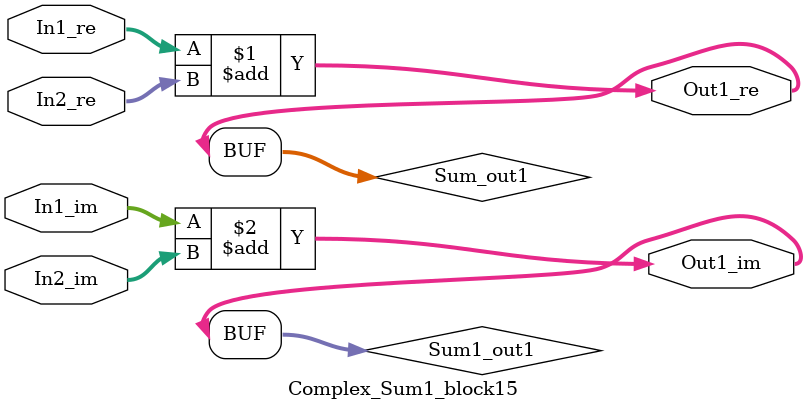
<source format=v>



`timescale 1 ns / 1 ns

module Complex_Sum1_block15
          (In1_re,
           In1_im,
           In2_re,
           In2_im,
           Out1_re,
           Out1_im);


  input   signed [36:0] In1_re;  // sfix37_En22
  input   signed [36:0] In1_im;  // sfix37_En22
  input   signed [36:0] In2_re;  // sfix37_En22
  input   signed [36:0] In2_im;  // sfix37_En22
  output  signed [36:0] Out1_re;  // sfix37_En22
  output  signed [36:0] Out1_im;  // sfix37_En22


  wire signed [36:0] Sum_out1;  // sfix37_En22
  wire signed [36:0] Sum1_out1;  // sfix37_En22


  assign Sum_out1 = In1_re + In2_re;



  assign Out1_re = Sum_out1;

  assign Sum1_out1 = In1_im + In2_im;



  assign Out1_im = Sum1_out1;

endmodule  // Complex_Sum1_block15


</source>
